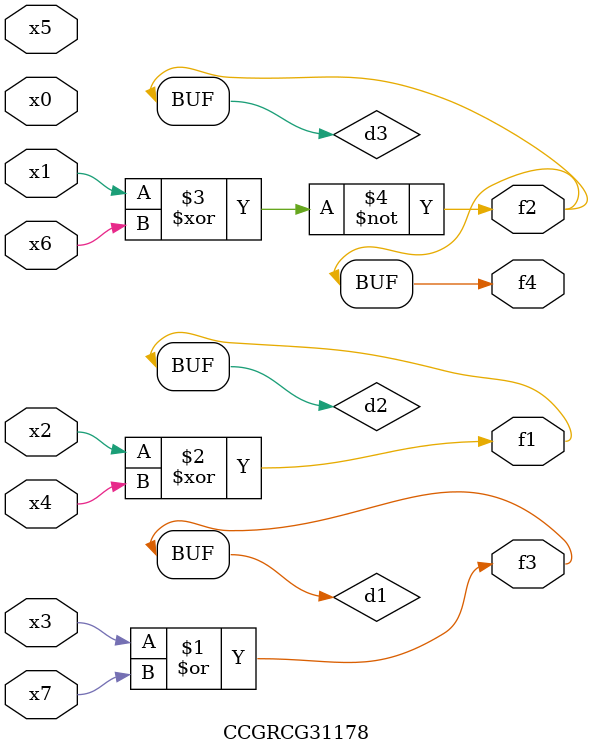
<source format=v>
module CCGRCG31178(
	input x0, x1, x2, x3, x4, x5, x6, x7,
	output f1, f2, f3, f4
);

	wire d1, d2, d3;

	or (d1, x3, x7);
	xor (d2, x2, x4);
	xnor (d3, x1, x6);
	assign f1 = d2;
	assign f2 = d3;
	assign f3 = d1;
	assign f4 = d3;
endmodule

</source>
